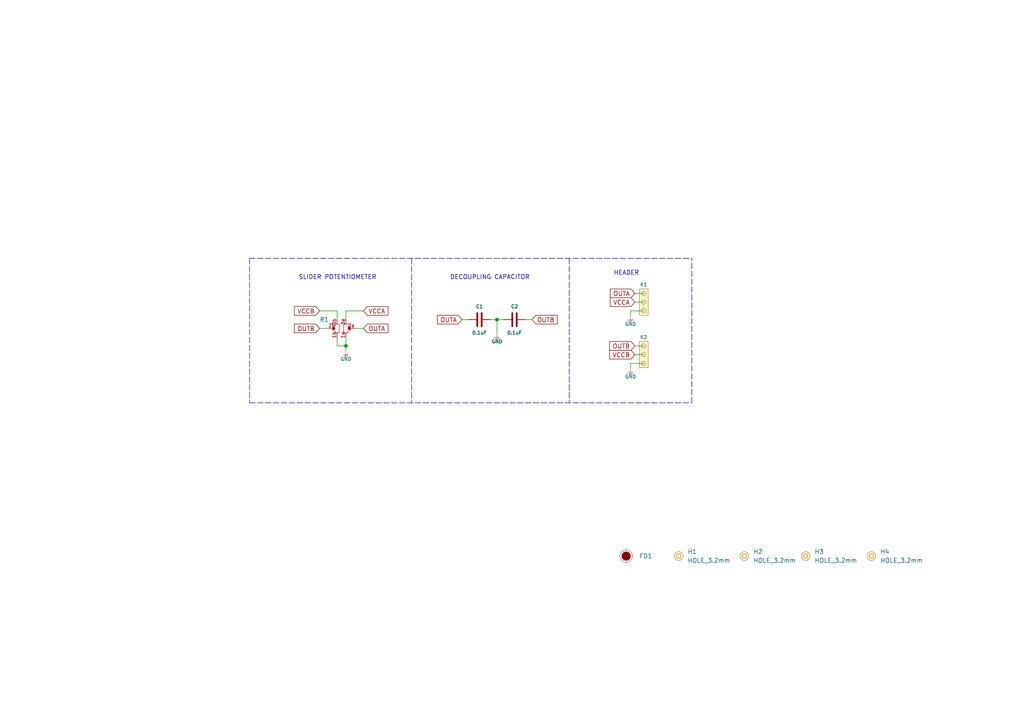
<source format=kicad_sch>
(kicad_sch (version 20210621) (generator eeschema)

  (uuid 527676fd-3c2f-4343-9726-3d90889fd15b)

  (paper "A4")

  (lib_symbols
    (symbol "e-radionica.com schematics:0603C" (pin_numbers hide) (pin_names (offset 0.002)) (in_bom yes) (on_board yes)
      (property "Reference" "C" (id 0) (at -0.635 3.175 0)
        (effects (font (size 1 1)))
      )
      (property "Value" "0603C" (id 1) (at 0 -3.175 0)
        (effects (font (size 1 1)))
      )
      (property "Footprint" "e-radionica.com footprinti:0603C" (id 2) (at 0 0 0)
        (effects (font (size 1 1)) hide)
      )
      (property "Datasheet" "" (id 3) (at 0 0 0)
        (effects (font (size 1 1)) hide)
      )
      (symbol "0603C_0_1"
        (polyline
          (pts
            (xy -0.635 1.905)
            (xy -0.635 -1.905)
          )
          (stroke (width 0.5)) (fill (type none))
        )
        (polyline
          (pts
            (xy 0.635 1.905)
            (xy 0.635 -1.905)
          )
          (stroke (width 0.5)) (fill (type none))
        )
      )
      (symbol "0603C_1_1"
        (pin passive line (at -3.175 0 0) (length 2.54)
          (name "~" (effects (font (size 1.27 1.27))))
          (number "1" (effects (font (size 1.27 1.27))))
        )
        (pin passive line (at 3.175 0 180) (length 2.54)
          (name "~" (effects (font (size 1.27 1.27))))
          (number "2" (effects (font (size 1.27 1.27))))
        )
      )
    )
    (symbol "e-radionica.com schematics:Fiducial_Stencil" (pin_numbers hide) (pin_names hide) (in_bom yes) (on_board yes)
      (property "Reference" "FD?" (id 0) (at 0 3.048 0)
        (effects (font (size 1.27 1.27)))
      )
      (property "Value" "Fiducial_Stencil" (id 1) (at 0 -2.794 0)
        (effects (font (size 1.27 1.27)) hide)
      )
      (property "Footprint" "e-radionica.com footprinti:FIDUCIAL_1MM_PASTE" (id 2) (at 0 -6.35 0)
        (effects (font (size 1.27 1.27)) hide)
      )
      (property "Datasheet" "" (id 3) (at 0 0 0)
        (effects (font (size 1.27 1.27)) hide)
      )
      (symbol "Fiducial_Stencil_0_1"
        (circle (center 0 0) (radius 1.7961) (stroke (width 0.0006)) (fill (type none)))
        (circle (center 0 0) (radius 1.27) (stroke (width 0.001)) (fill (type outline)))
        (polyline
          (pts
            (xy -1.778 0)
            (xy -2.032 0)
          )
          (stroke (width 0.0006)) (fill (type none))
        )
        (polyline
          (pts
            (xy 0 -1.778)
            (xy 0 -2.032)
          )
          (stroke (width 0.0006)) (fill (type none))
        )
        (polyline
          (pts
            (xy 0 1.778)
            (xy 0 2.032)
          )
          (stroke (width 0.0006)) (fill (type none))
        )
        (polyline
          (pts
            (xy 1.778 0)
            (xy 2.032 0)
          )
          (stroke (width 0.0006)) (fill (type none))
        )
      )
    )
    (symbol "e-radionica.com schematics:GND" (power) (pin_names (offset 0)) (in_bom yes) (on_board yes)
      (property "Reference" "#PWR" (id 0) (at 4.445 0 0)
        (effects (font (size 1 1)) hide)
      )
      (property "Value" "GND" (id 1) (at 0 -2.921 0)
        (effects (font (size 1 1)))
      )
      (property "Footprint" "" (id 2) (at 4.445 3.81 0)
        (effects (font (size 1 1)) hide)
      )
      (property "Datasheet" "" (id 3) (at 4.445 3.81 0)
        (effects (font (size 1 1)) hide)
      )
      (property "ki_keywords" "power-flag" (id 4) (at 0 0 0)
        (effects (font (size 1.27 1.27)) hide)
      )
      (property "ki_description" "Power symbol creates a global label with name \"+3V3\"" (id 5) (at 0 0 0)
        (effects (font (size 1.27 1.27)) hide)
      )
      (symbol "GND_0_1"
        (polyline
          (pts
            (xy -0.762 -1.27)
            (xy 0.762 -1.27)
          )
          (stroke (width 0.0006)) (fill (type none))
        )
        (polyline
          (pts
            (xy -0.635 -1.524)
            (xy 0.635 -1.524)
          )
          (stroke (width 0.0006)) (fill (type none))
        )
        (polyline
          (pts
            (xy -0.381 -1.778)
            (xy 0.381 -1.778)
          )
          (stroke (width 0.0006)) (fill (type none))
        )
        (polyline
          (pts
            (xy -0.127 -2.032)
            (xy 0.127 -2.032)
          )
          (stroke (width 0.0006)) (fill (type none))
        )
        (polyline
          (pts
            (xy 0 0)
            (xy 0 -1.27)
          )
          (stroke (width 0.0006)) (fill (type none))
        )
      )
      (symbol "GND_1_1"
        (pin power_in line (at 0 0 270) (length 0) hide
          (name "GND" (effects (font (size 1.27 1.27))))
          (number "1" (effects (font (size 1.27 1.27))))
        )
      )
    )
    (symbol "e-radionica.com schematics:HEADER_MALE_3X1" (pin_numbers hide) (pin_names hide) (in_bom yes) (on_board yes)
      (property "Reference" "K" (id 0) (at -0.635 5.08 0)
        (effects (font (size 1 1)))
      )
      (property "Value" "HEADER_MALE_3X1" (id 1) (at 0 -5.08 0)
        (effects (font (size 1 1)))
      )
      (property "Footprint" "e-radionica.com footprinti:HEADER_MALE_3X1" (id 2) (at 0 -7.62 0)
        (effects (font (size 1 1)) hide)
      )
      (property "Datasheet" "" (id 3) (at 0 -2.54 0)
        (effects (font (size 1 1)) hide)
      )
      (symbol "HEADER_MALE_3X1_0_1"
        (circle (center 0 -2.54) (radius 0.635) (stroke (width 0.0006)) (fill (type none)))
        (circle (center 0 0) (radius 0.635) (stroke (width 0.0006)) (fill (type none)))
        (circle (center 0 2.54) (radius 0.635) (stroke (width 0.0006)) (fill (type none)))
        (rectangle (start 1.27 -3.81) (end -1.27 3.81)
          (stroke (width 0.001)) (fill (type background))
        )
      )
      (symbol "HEADER_MALE_3X1_1_1"
        (pin passive line (at 0 -2.54 180) (length 0)
          (name "~" (effects (font (size 1 1))))
          (number "1" (effects (font (size 1 1))))
        )
        (pin passive line (at 0 0 180) (length 0)
          (name "~" (effects (font (size 1 1))))
          (number "2" (effects (font (size 1 1))))
        )
        (pin passive line (at 0 2.54 180) (length 0)
          (name "~" (effects (font (size 1 1))))
          (number "3" (effects (font (size 1 1))))
        )
      )
    )
    (symbol "e-radionica.com schematics:HOLE_3.2mm" (pin_numbers hide) (pin_names hide) (in_bom yes) (on_board yes)
      (property "Reference" "H" (id 0) (at 0 2.54 0)
        (effects (font (size 1.27 1.27)))
      )
      (property "Value" "HOLE_3.2mm" (id 1) (at 0 -2.54 0)
        (effects (font (size 1.27 1.27)))
      )
      (property "Footprint" "e-radionica.com footprinti:HOLE_3.2mm" (id 2) (at 0 0 0)
        (effects (font (size 1.27 1.27)) hide)
      )
      (property "Datasheet" "" (id 3) (at 0 0 0)
        (effects (font (size 1.27 1.27)) hide)
      )
      (symbol "HOLE_3.2mm_0_1"
        (circle (center 0 0) (radius 0.635) (stroke (width 0.0006)) (fill (type none)))
        (circle (center 0 0) (radius 1.27) (stroke (width 0.001)) (fill (type background)))
      )
    )
    (symbol "e-radionica.com schematics:SLIDER_POT" (in_bom yes) (on_board yes)
      (property "Reference" "R" (id 0) (at 0 15.24 0)
        (effects (font (size 1.27 1.27)))
      )
      (property "Value" "SLIDER_POT" (id 1) (at -6.35 -5.08 0)
        (effects (font (size 1.27 1.27)))
      )
      (property "Footprint" "e-radionica.com footprinti:SLIDER_POT" (id 2) (at 0 -1.27 0)
        (effects (font (size 1.27 1.27)) hide)
      )
      (property "Datasheet" "" (id 3) (at 0 -1.27 0)
        (effects (font (size 1.27 1.27)) hide)
      )
      (symbol "SLIDER_POT_0_1"
        (rectangle (start -1.27 -1.905) (end 1.27 -1.9304)
          (stroke (width 0.1)) (fill (type none))
        )
        (rectangle (start -1.27 -0.635) (end -1.2446 -1.905)
          (stroke (width 0.1)) (fill (type none))
        )
        (rectangle (start -1.27 -0.635) (end 1.27 -0.6604)
          (stroke (width 0.1)) (fill (type none))
        )
        (rectangle (start -1.27 0.635) (end -1.2954 1.905)
          (stroke (width 0.1)) (fill (type none))
        )
        (rectangle (start 1.27 -0.635) (end 1.2954 -1.905)
          (stroke (width 0.1)) (fill (type none))
        )
        (rectangle (start 1.27 0.635) (end -1.27 0.6604)
          (stroke (width 0.1)) (fill (type none))
        )
        (rectangle (start 1.27 0.635) (end 1.2446 1.905)
          (stroke (width 0.1)) (fill (type none))
        )
        (rectangle (start 1.27 1.905) (end -1.27 1.9304)
          (stroke (width 0.1)) (fill (type none))
        )
        (polyline
          (pts
            (xy 0 -1.905)
            (xy -0.635 -2.54)
            (xy 0.635 -2.54)
            (xy 0 -1.905)
          )
          (stroke (width 0.1)) (fill (type outline))
        )
        (polyline
          (pts
            (xy 0 1.905)
            (xy 0.635 2.54)
            (xy -0.635 2.54)
            (xy 0 1.905)
          )
          (stroke (width 0.1)) (fill (type outline))
        )
      )
      (symbol "SLIDER_POT_1_1"
        (pin passive line (at -2.54 -1.27 0) (length 1.27)
          (name "~" (effects (font (size 1.27 1.27))))
          (number "1a" (effects (font (size 1 1))))
        )
        (pin passive line (at -2.54 1.27 0) (length 1.27)
          (name "~" (effects (font (size 1.27 1.27))))
          (number "1b" (effects (font (size 1 1))))
        )
        (pin passive line (at 0 -3.81 90) (length 1.91)
          (name "~" (effects (font (size 1.27 1.27))))
          (number "2a" (effects (font (size 1 1))))
        )
        (pin passive line (at 0 3.81 270) (length 1.91)
          (name "~" (effects (font (size 1.27 1.27))))
          (number "2b" (effects (font (size 1 1))))
        )
        (pin passive line (at 2.54 -1.27 180) (length 1.27)
          (name "~" (effects (font (size 1.27 1.27))))
          (number "3a" (effects (font (size 1 1))))
        )
        (pin passive line (at 2.54 1.27 180) (length 1.27)
          (name "~" (effects (font (size 1.27 1.27))))
          (number "3b" (effects (font (size 1 1))))
        )
      )
    )
  )

  (junction (at 100.33 100.33) (diameter 0.9144) (color 0 0 0 0))
  (junction (at 144.145 92.71) (diameter 0.9144) (color 0 0 0 0))

  (wire (pts (xy 92.71 90.17) (xy 97.79 90.17))
    (stroke (width 0) (type solid) (color 0 0 0 0))
    (uuid db5b6c48-0dd4-4b1a-b321-df0796895e25)
  )
  (wire (pts (xy 92.71 95.25) (xy 95.25 95.25))
    (stroke (width 0) (type solid) (color 0 0 0 0))
    (uuid 4b510ff7-71cb-481e-a401-0e3888196f7f)
  )
  (wire (pts (xy 97.79 90.17) (xy 97.79 92.71))
    (stroke (width 0) (type solid) (color 0 0 0 0))
    (uuid db5b6c48-0dd4-4b1a-b321-df0796895e25)
  )
  (wire (pts (xy 97.79 97.79) (xy 97.79 100.33))
    (stroke (width 0) (type solid) (color 0 0 0 0))
    (uuid 295740fa-3a14-419d-94e0-ed50f5b097fb)
  )
  (wire (pts (xy 97.79 100.33) (xy 100.33 100.33))
    (stroke (width 0) (type solid) (color 0 0 0 0))
    (uuid 295740fa-3a14-419d-94e0-ed50f5b097fb)
  )
  (wire (pts (xy 100.33 90.17) (xy 100.33 92.71))
    (stroke (width 0) (type solid) (color 0 0 0 0))
    (uuid f1451f21-f3d3-4080-afef-99a56c1f9eed)
  )
  (wire (pts (xy 100.33 97.79) (xy 100.33 100.33))
    (stroke (width 0) (type solid) (color 0 0 0 0))
    (uuid 998c3918-09a1-4943-9ebb-600f2575ca41)
  )
  (wire (pts (xy 100.33 100.33) (xy 100.33 101.6))
    (stroke (width 0) (type solid) (color 0 0 0 0))
    (uuid 998c3918-09a1-4943-9ebb-600f2575ca41)
  )
  (wire (pts (xy 102.87 95.25) (xy 105.41 95.25))
    (stroke (width 0) (type solid) (color 0 0 0 0))
    (uuid 1ed4ba86-9ece-4d27-8287-d4766eabebd4)
  )
  (wire (pts (xy 105.41 90.17) (xy 100.33 90.17))
    (stroke (width 0) (type solid) (color 0 0 0 0))
    (uuid f1451f21-f3d3-4080-afef-99a56c1f9eed)
  )
  (wire (pts (xy 133.985 92.71) (xy 135.89 92.71))
    (stroke (width 0) (type solid) (color 0 0 0 0))
    (uuid c25a10a2-afc4-49b4-8f51-979864cb5a9c)
  )
  (wire (pts (xy 142.24 92.71) (xy 144.145 92.71))
    (stroke (width 0) (type solid) (color 0 0 0 0))
    (uuid bcaffc06-a973-4a5a-a7a6-93238d6897cc)
  )
  (wire (pts (xy 144.145 92.71) (xy 144.145 96.52))
    (stroke (width 0) (type solid) (color 0 0 0 0))
    (uuid bcaffc06-a973-4a5a-a7a6-93238d6897cc)
  )
  (wire (pts (xy 144.145 92.71) (xy 146.05 92.71))
    (stroke (width 0) (type solid) (color 0 0 0 0))
    (uuid 356d3a15-c4be-451b-81f4-84449685d6cc)
  )
  (wire (pts (xy 152.4 92.71) (xy 154.305 92.71))
    (stroke (width 0) (type solid) (color 0 0 0 0))
    (uuid 5723acfb-27b3-4f0d-a767-eb0f1944e165)
  )
  (wire (pts (xy 182.88 90.17) (xy 182.88 91.44))
    (stroke (width 0) (type solid) (color 0 0 0 0))
    (uuid f50a6d99-a7ba-4da6-8725-3fbbdd2f9b3d)
  )
  (wire (pts (xy 182.88 105.41) (xy 182.88 106.68))
    (stroke (width 0) (type solid) (color 0 0 0 0))
    (uuid 989b9d96-fae7-4e6f-8465-2ef90b34259d)
  )
  (wire (pts (xy 184.15 85.09) (xy 186.69 85.09))
    (stroke (width 0) (type solid) (color 0 0 0 0))
    (uuid 86c2cd41-d1f4-45e3-8727-10fee485a66d)
  )
  (wire (pts (xy 184.15 87.63) (xy 186.69 87.63))
    (stroke (width 0) (type solid) (color 0 0 0 0))
    (uuid b5a93532-77e7-47bd-8a92-0ace11eb0e79)
  )
  (wire (pts (xy 184.15 100.33) (xy 186.69 100.33))
    (stroke (width 0) (type solid) (color 0 0 0 0))
    (uuid a33f1b09-a631-4b1b-a738-b98e6305abf4)
  )
  (wire (pts (xy 184.15 102.87) (xy 186.69 102.87))
    (stroke (width 0) (type solid) (color 0 0 0 0))
    (uuid 98448ff8-d774-4a3a-a8df-0cdd7d1e2829)
  )
  (wire (pts (xy 186.69 90.17) (xy 182.88 90.17))
    (stroke (width 0) (type solid) (color 0 0 0 0))
    (uuid f50a6d99-a7ba-4da6-8725-3fbbdd2f9b3d)
  )
  (wire (pts (xy 186.69 105.41) (xy 182.88 105.41))
    (stroke (width 0) (type solid) (color 0 0 0 0))
    (uuid 989b9d96-fae7-4e6f-8465-2ef90b34259d)
  )
  (polyline (pts (xy 72.39 74.93) (xy 72.39 116.84))
    (stroke (width 0) (type dash) (color 0 0 0 0))
    (uuid 7f6b76cd-ecb2-4dca-b4c2-6f97c3fe7542)
  )
  (polyline (pts (xy 72.39 74.93) (xy 200.66 74.93))
    (stroke (width 0) (type dash) (color 0 0 0 0))
    (uuid 7f6b76cd-ecb2-4dca-b4c2-6f97c3fe7542)
  )
  (polyline (pts (xy 72.39 116.84) (xy 200.66 116.84))
    (stroke (width 0) (type dash) (color 0 0 0 0))
    (uuid 7f6b76cd-ecb2-4dca-b4c2-6f97c3fe7542)
  )
  (polyline (pts (xy 119.38 74.93) (xy 119.38 116.84))
    (stroke (width 0) (type dash) (color 0 0 0 0))
    (uuid 1d9e86a8-821c-4cdf-af2b-a7ee67ec0d09)
  )
  (polyline (pts (xy 165.1 74.93) (xy 165.1 116.84))
    (stroke (width 0) (type dash) (color 0 0 0 0))
    (uuid 4e159c07-4c5c-4516-991c-397794a39dea)
  )
  (polyline (pts (xy 200.66 116.84) (xy 200.66 74.93))
    (stroke (width 0) (type dash) (color 0 0 0 0))
    (uuid 7f6b76cd-ecb2-4dca-b4c2-6f97c3fe7542)
  )

  (text "SLIDER POTENTIOMETER" (at 109.22 81.28 180)
    (effects (font (size 1.27 1.27)) (justify right bottom))
    (uuid e86672f8-bb9d-49d9-878a-a9c17a5624eb)
  )
  (text "DECOUPLING CAPACITOR" (at 153.67 81.28 180)
    (effects (font (size 1.27 1.27)) (justify right bottom))
    (uuid 77fe50d0-23e0-4a9a-b9b1-ef7c1615a73b)
  )
  (text "HEADER" (at 185.42 80.01 180)
    (effects (font (size 1.27 1.27)) (justify right bottom))
    (uuid 781fee8d-da02-4db9-85e8-7cf83f3fc4bf)
  )

  (global_label "VCCB" (shape input) (at 92.71 90.17 180)
    (effects (font (size 1.27 1.27)) (justify right))
    (uuid a8d99bda-9493-44ce-a23d-3e696f55cd9f)
    (property "Intersheet References" "${INTERSHEET_REFS}" (id 0) (at 83.8743 90.0906 0)
      (effects (font (size 1.27 1.27)) (justify right) hide)
    )
  )
  (global_label "OUTB" (shape input) (at 92.71 95.25 180)
    (effects (font (size 1.27 1.27)) (justify right))
    (uuid 48d8fd05-a293-4463-b8b6-e4155edfae34)
    (property "Intersheet References" "${INTERSHEET_REFS}" (id 0) (at 83.8743 95.1706 0)
      (effects (font (size 1.27 1.27)) (justify right) hide)
    )
  )
  (global_label "VCCA" (shape input) (at 105.41 90.17 0)
    (effects (font (size 1.27 1.27)) (justify left))
    (uuid 5bb4bc90-921e-4aed-b647-e3fc4d5d5a8d)
    (property "Intersheet References" "${INTERSHEET_REFS}" (id 0) (at 114.0642 90.0906 0)
      (effects (font (size 1.27 1.27)) (justify left) hide)
    )
  )
  (global_label "OUTA" (shape input) (at 105.41 95.25 0)
    (effects (font (size 1.27 1.27)) (justify left))
    (uuid bf098a36-b56f-4aae-8b40-3bb803ca772e)
    (property "Intersheet References" "${INTERSHEET_REFS}" (id 0) (at 114.0642 95.1706 0)
      (effects (font (size 1.27 1.27)) (justify left) hide)
    )
  )
  (global_label "OUTA" (shape input) (at 133.985 92.71 180)
    (effects (font (size 1.27 1.27)) (justify right))
    (uuid f90ce0e2-aa94-40b8-b85a-269432acf4d1)
    (property "Intersheet References" "${INTERSHEET_REFS}" (id 0) (at 125.3308 92.7894 0)
      (effects (font (size 1.27 1.27)) (justify right) hide)
    )
  )
  (global_label "OUTB" (shape input) (at 154.305 92.71 0)
    (effects (font (size 1.27 1.27)) (justify left))
    (uuid e7340fc8-9cfc-4e76-822b-67daaec8e2e1)
    (property "Intersheet References" "${INTERSHEET_REFS}" (id 0) (at 163.1407 92.7894 0)
      (effects (font (size 1.27 1.27)) (justify left) hide)
    )
  )
  (global_label "OUTA" (shape input) (at 184.15 85.09 180)
    (effects (font (size 1.27 1.27)) (justify right))
    (uuid 754f917a-22d6-493b-af1f-f997bb2b6389)
    (property "Intersheet References" "${INTERSHEET_REFS}" (id 0) (at 175.4958 85.1694 0)
      (effects (font (size 1.27 1.27)) (justify right) hide)
    )
  )
  (global_label "VCCA" (shape input) (at 184.15 87.63 180)
    (effects (font (size 1.27 1.27)) (justify right))
    (uuid 0daf585d-6302-41eb-b9df-9b642ed5b69e)
    (property "Intersheet References" "${INTERSHEET_REFS}" (id 0) (at 175.4958 87.7094 0)
      (effects (font (size 1.27 1.27)) (justify right) hide)
    )
  )
  (global_label "OUTB" (shape input) (at 184.15 100.33 180)
    (effects (font (size 1.27 1.27)) (justify right))
    (uuid bc7edf93-7fa7-4f5b-beb5-c769acbea5c3)
    (property "Intersheet References" "${INTERSHEET_REFS}" (id 0) (at 175.3143 100.2506 0)
      (effects (font (size 1.27 1.27)) (justify right) hide)
    )
  )
  (global_label "VCCB" (shape input) (at 184.15 102.87 180)
    (effects (font (size 1.27 1.27)) (justify right))
    (uuid 5a7404bd-3818-484f-b03a-e4bbb2bb9da9)
    (property "Intersheet References" "${INTERSHEET_REFS}" (id 0) (at 175.3143 102.7906 0)
      (effects (font (size 1.27 1.27)) (justify right) hide)
    )
  )

  (symbol (lib_id "e-radionica.com schematics:GND") (at 100.33 101.6 0) (unit 1)
    (in_bom yes) (on_board yes)
    (uuid 2fa0f098-9712-49ac-8a5d-5ed735c41b41)
    (property "Reference" "#PWR0101" (id 0) (at 104.775 101.6 0)
      (effects (font (size 1 1)) hide)
    )
    (property "Value" "GND" (id 1) (at 100.33 104.14 0)
      (effects (font (size 1 1)))
    )
    (property "Footprint" "" (id 2) (at 104.775 97.79 0)
      (effects (font (size 1 1)) hide)
    )
    (property "Datasheet" "" (id 3) (at 104.775 97.79 0)
      (effects (font (size 1 1)) hide)
    )
    (pin "1" (uuid caa702ce-18df-443e-8154-ffb2c18ae17f))
  )

  (symbol (lib_id "e-radionica.com schematics:GND") (at 144.145 96.52 0) (unit 1)
    (in_bom yes) (on_board yes)
    (uuid c866bda7-ac3e-409c-b537-4f8afe6051cc)
    (property "Reference" "#PWR0103" (id 0) (at 148.59 96.52 0)
      (effects (font (size 1 1)) hide)
    )
    (property "Value" "GND" (id 1) (at 144.145 99.06 0)
      (effects (font (size 1 1)))
    )
    (property "Footprint" "" (id 2) (at 148.59 92.71 0)
      (effects (font (size 1 1)) hide)
    )
    (property "Datasheet" "" (id 3) (at 148.59 92.71 0)
      (effects (font (size 1 1)) hide)
    )
    (pin "1" (uuid caa702ce-18df-443e-8154-ffb2c18ae17f))
  )

  (symbol (lib_id "e-radionica.com schematics:GND") (at 182.88 91.44 0) (unit 1)
    (in_bom yes) (on_board yes)
    (uuid 81eabfe6-5f41-4e0f-9173-b740a159ac05)
    (property "Reference" "#PWR0102" (id 0) (at 187.325 91.44 0)
      (effects (font (size 1 1)) hide)
    )
    (property "Value" "GND" (id 1) (at 182.88 93.98 0)
      (effects (font (size 1 1)))
    )
    (property "Footprint" "" (id 2) (at 187.325 87.63 0)
      (effects (font (size 1 1)) hide)
    )
    (property "Datasheet" "" (id 3) (at 187.325 87.63 0)
      (effects (font (size 1 1)) hide)
    )
    (pin "1" (uuid caa702ce-18df-443e-8154-ffb2c18ae17f))
  )

  (symbol (lib_id "e-radionica.com schematics:GND") (at 182.88 106.68 0) (unit 1)
    (in_bom yes) (on_board yes)
    (uuid d2a6a4b8-b3fe-4056-a8d5-a5db7420f75a)
    (property "Reference" "#PWR0104" (id 0) (at 187.325 106.68 0)
      (effects (font (size 1 1)) hide)
    )
    (property "Value" "GND" (id 1) (at 182.88 109.22 0)
      (effects (font (size 1 1)))
    )
    (property "Footprint" "" (id 2) (at 187.325 102.87 0)
      (effects (font (size 1 1)) hide)
    )
    (property "Datasheet" "" (id 3) (at 187.325 102.87 0)
      (effects (font (size 1 1)) hide)
    )
    (pin "1" (uuid caa702ce-18df-443e-8154-ffb2c18ae17f))
  )

  (symbol (lib_id "e-radionica.com schematics:HOLE_3.2mm") (at 196.85 161.29 0) (unit 1)
    (in_bom yes) (on_board yes)
    (uuid 83363d19-67b3-428b-b250-f68ca8a06b14)
    (property "Reference" "H1" (id 0) (at 199.39 160.02 0)
      (effects (font (size 1.27 1.27)) (justify left))
    )
    (property "Value" "HOLE_3.2mm" (id 1) (at 199.39 162.56 0)
      (effects (font (size 1.27 1.27)) (justify left))
    )
    (property "Footprint" "e-radionica.com footprinti:HOLE_3.2mm" (id 2) (at 196.85 161.29 0)
      (effects (font (size 1.27 1.27)) hide)
    )
    (property "Datasheet" "" (id 3) (at 196.85 161.29 0)
      (effects (font (size 1.27 1.27)) hide)
    )
  )

  (symbol (lib_id "e-radionica.com schematics:HOLE_3.2mm") (at 215.9 161.29 0) (unit 1)
    (in_bom yes) (on_board yes)
    (uuid c68d81e5-c449-4e6a-a4e7-7903c20ddfe0)
    (property "Reference" "H2" (id 0) (at 218.44 160.02 0)
      (effects (font (size 1.27 1.27)) (justify left))
    )
    (property "Value" "HOLE_3.2mm" (id 1) (at 218.44 162.56 0)
      (effects (font (size 1.27 1.27)) (justify left))
    )
    (property "Footprint" "e-radionica.com footprinti:HOLE_3.2mm" (id 2) (at 215.9 161.29 0)
      (effects (font (size 1.27 1.27)) hide)
    )
    (property "Datasheet" "" (id 3) (at 215.9 161.29 0)
      (effects (font (size 1.27 1.27)) hide)
    )
  )

  (symbol (lib_id "e-radionica.com schematics:HOLE_3.2mm") (at 233.68 161.29 0) (unit 1)
    (in_bom yes) (on_board yes)
    (uuid c7a40576-c12d-4cbf-ab71-a3ac9aa67107)
    (property "Reference" "H3" (id 0) (at 236.22 160.02 0)
      (effects (font (size 1.27 1.27)) (justify left))
    )
    (property "Value" "HOLE_3.2mm" (id 1) (at 236.22 162.56 0)
      (effects (font (size 1.27 1.27)) (justify left))
    )
    (property "Footprint" "e-radionica.com footprinti:HOLE_3.2mm" (id 2) (at 233.68 161.29 0)
      (effects (font (size 1.27 1.27)) hide)
    )
    (property "Datasheet" "" (id 3) (at 233.68 161.29 0)
      (effects (font (size 1.27 1.27)) hide)
    )
  )

  (symbol (lib_id "e-radionica.com schematics:HOLE_3.2mm") (at 252.73 161.29 0) (unit 1)
    (in_bom yes) (on_board yes)
    (uuid 491336c2-e4ef-42be-a5bd-88b1b318f859)
    (property "Reference" "H4" (id 0) (at 255.27 160.02 0)
      (effects (font (size 1.27 1.27)) (justify left))
    )
    (property "Value" "HOLE_3.2mm" (id 1) (at 255.27 162.56 0)
      (effects (font (size 1.27 1.27)) (justify left))
    )
    (property "Footprint" "e-radionica.com footprinti:HOLE_3.2mm" (id 2) (at 252.73 161.29 0)
      (effects (font (size 1.27 1.27)) hide)
    )
    (property "Datasheet" "" (id 3) (at 252.73 161.29 0)
      (effects (font (size 1.27 1.27)) hide)
    )
  )

  (symbol (lib_id "e-radionica.com schematics:Fiducial_Stencil") (at 181.61 161.29 0) (unit 1)
    (in_bom yes) (on_board yes)
    (uuid 3d77d25d-7fd7-4794-843f-1721d7bf57f9)
    (property "Reference" "FD1" (id 0) (at 185.42 161.29 0)
      (effects (font (size 1.27 1.27)) (justify left))
    )
    (property "Value" "Fiducial_Stencil" (id 1) (at 181.61 164.084 0)
      (effects (font (size 1.27 1.27)) hide)
    )
    (property "Footprint" "e-radionica.com footprinti:FIDUCIAL_1MM_PASTE" (id 2) (at 181.61 167.64 0)
      (effects (font (size 1.27 1.27)) hide)
    )
    (property "Datasheet" "" (id 3) (at 181.61 161.29 0)
      (effects (font (size 1.27 1.27)) hide)
    )
  )

  (symbol (lib_id "e-radionica.com schematics:HEADER_MALE_3X1") (at 186.69 87.63 0) (unit 1)
    (in_bom yes) (on_board yes)
    (uuid 0d4a9c2d-161b-4c06-ad87-3ac065e36d0a)
    (property "Reference" "K1" (id 0) (at 186.69 82.55 0)
      (effects (font (size 1 1)))
    )
    (property "Value" "HEADER_MALE_3X1" (id 1) (at 186.69 92.71 0)
      (effects (font (size 1 1)) hide)
    )
    (property "Footprint" "e-radionica.com footprinti:HEADER_MALE_3X1" (id 2) (at 186.69 95.25 0)
      (effects (font (size 1 1)) hide)
    )
    (property "Datasheet" "" (id 3) (at 186.69 90.17 0)
      (effects (font (size 1 1)) hide)
    )
    (pin "1" (uuid d61a20cc-271e-4250-9bd9-49adb70cbaa2))
    (pin "2" (uuid c1058602-6cd0-439d-af86-38866f336951))
    (pin "3" (uuid c7dc46f5-9dac-404b-8903-0a236b7a3242))
  )

  (symbol (lib_id "e-radionica.com schematics:HEADER_MALE_3X1") (at 186.69 102.87 0) (unit 1)
    (in_bom yes) (on_board yes)
    (uuid b5aab911-1393-4629-8fa9-ed84079e3b2b)
    (property "Reference" "K2" (id 0) (at 186.69 97.79 0)
      (effects (font (size 1 1)))
    )
    (property "Value" "HEADER_MALE_3X1" (id 1) (at 186.69 107.95 0)
      (effects (font (size 1 1)) hide)
    )
    (property "Footprint" "e-radionica.com footprinti:HEADER_MALE_3X1" (id 2) (at 186.69 110.49 0)
      (effects (font (size 1 1)) hide)
    )
    (property "Datasheet" "" (id 3) (at 186.69 105.41 0)
      (effects (font (size 1 1)) hide)
    )
    (pin "1" (uuid d61a20cc-271e-4250-9bd9-49adb70cbaa2))
    (pin "2" (uuid c1058602-6cd0-439d-af86-38866f336951))
    (pin "3" (uuid c7dc46f5-9dac-404b-8903-0a236b7a3242))
  )

  (symbol (lib_id "e-radionica.com schematics:0603C") (at 139.065 92.71 0) (unit 1)
    (in_bom yes) (on_board yes)
    (uuid d3784219-5a7a-4077-99ec-35bef29ac107)
    (property "Reference" "C1" (id 0) (at 139.065 88.9 0)
      (effects (font (size 1 1)))
    )
    (property "Value" "0.1uF" (id 1) (at 139.065 96.52 0)
      (effects (font (size 1 1)))
    )
    (property "Footprint" "e-radionica.com footprinti:0603C" (id 2) (at 139.065 92.71 0)
      (effects (font (size 1 1)) hide)
    )
    (property "Datasheet" "" (id 3) (at 139.065 92.71 0)
      (effects (font (size 1 1)) hide)
    )
    (pin "1" (uuid 76a45c77-0d8a-4fff-8537-3792ce54ed0d))
    (pin "2" (uuid a1e91455-a5e0-486c-9223-94a138f1bb39))
  )

  (symbol (lib_id "e-radionica.com schematics:0603C") (at 149.225 92.71 0) (unit 1)
    (in_bom yes) (on_board yes)
    (uuid d3cb11ba-6954-47f1-82a4-cbea3d63d090)
    (property "Reference" "C2" (id 0) (at 149.225 88.9 0)
      (effects (font (size 1 1)))
    )
    (property "Value" "0.1uF" (id 1) (at 149.225 96.52 0)
      (effects (font (size 1 1)))
    )
    (property "Footprint" "e-radionica.com footprinti:0603C" (id 2) (at 149.225 92.71 0)
      (effects (font (size 1 1)) hide)
    )
    (property "Datasheet" "" (id 3) (at 149.225 92.71 0)
      (effects (font (size 1 1)) hide)
    )
    (pin "1" (uuid f15989ce-dcbf-46c8-8224-d6a1e0aedd05))
    (pin "2" (uuid 8b95e9ec-dad1-46d1-8af8-461a5d33be5a))
  )

  (symbol (lib_id "e-radionica.com schematics:SLIDER_POT") (at 99.06 95.25 90) (unit 1)
    (in_bom yes) (on_board yes)
    (uuid 0adf435c-972e-4e76-8e12-caa0f14f91fb)
    (property "Reference" "R1" (id 0) (at 92.71 92.71 90)
      (effects (font (size 1.27 1.27)) (justify right))
    )
    (property "Value" "SLIDER_POT" (id 1) (at 93.98 100.33 90)
      (effects (font (size 1.27 1.27)) (justify right) hide)
    )
    (property "Footprint" "e-radionica.com footprinti:SLIDER_POT" (id 2) (at 100.33 95.25 0)
      (effects (font (size 1.27 1.27)) hide)
    )
    (property "Datasheet" "" (id 3) (at 100.33 95.25 0)
      (effects (font (size 1.27 1.27)) hide)
    )
    (pin "1a" (uuid 252a4dd3-b5cc-4fae-9229-0b8479992b6c))
    (pin "1b" (uuid 04416edd-c787-4300-90c5-a49413524eff))
    (pin "2a" (uuid 8b91b5f3-4b52-44f8-a969-bdb1f37265bd))
    (pin "2b" (uuid 4b82b447-3346-41f7-8dd4-c14236a0b5bd))
    (pin "3a" (uuid dc9a2f87-28ae-4d35-8077-046572362fd6))
    (pin "3b" (uuid e0b886a2-2b4d-46e0-89de-817cb26246c4))
  )

  (sheet_instances
    (path "/" (page "1"))
  )

  (symbol_instances
    (path "/2fa0f098-9712-49ac-8a5d-5ed735c41b41"
      (reference "#PWR0101") (unit 1) (value "GND") (footprint "")
    )
    (path "/81eabfe6-5f41-4e0f-9173-b740a159ac05"
      (reference "#PWR0102") (unit 1) (value "GND") (footprint "")
    )
    (path "/c866bda7-ac3e-409c-b537-4f8afe6051cc"
      (reference "#PWR0103") (unit 1) (value "GND") (footprint "")
    )
    (path "/d2a6a4b8-b3fe-4056-a8d5-a5db7420f75a"
      (reference "#PWR0104") (unit 1) (value "GND") (footprint "")
    )
    (path "/d3784219-5a7a-4077-99ec-35bef29ac107"
      (reference "C1") (unit 1) (value "0.1uF") (footprint "e-radionica.com footprinti:0603C")
    )
    (path "/d3cb11ba-6954-47f1-82a4-cbea3d63d090"
      (reference "C2") (unit 1) (value "0.1uF") (footprint "e-radionica.com footprinti:0603C")
    )
    (path "/3d77d25d-7fd7-4794-843f-1721d7bf57f9"
      (reference "FD1") (unit 1) (value "Fiducial_Stencil") (footprint "e-radionica.com footprinti:FIDUCIAL_1MM_PASTE")
    )
    (path "/83363d19-67b3-428b-b250-f68ca8a06b14"
      (reference "H1") (unit 1) (value "HOLE_3.2mm") (footprint "e-radionica.com footprinti:HOLE_3.2mm")
    )
    (path "/c68d81e5-c449-4e6a-a4e7-7903c20ddfe0"
      (reference "H2") (unit 1) (value "HOLE_3.2mm") (footprint "e-radionica.com footprinti:HOLE_3.2mm")
    )
    (path "/c7a40576-c12d-4cbf-ab71-a3ac9aa67107"
      (reference "H3") (unit 1) (value "HOLE_3.2mm") (footprint "e-radionica.com footprinti:HOLE_3.2mm")
    )
    (path "/491336c2-e4ef-42be-a5bd-88b1b318f859"
      (reference "H4") (unit 1) (value "HOLE_3.2mm") (footprint "e-radionica.com footprinti:HOLE_3.2mm")
    )
    (path "/0d4a9c2d-161b-4c06-ad87-3ac065e36d0a"
      (reference "K1") (unit 1) (value "HEADER_MALE_3X1") (footprint "e-radionica.com footprinti:HEADER_MALE_3X1")
    )
    (path "/b5aab911-1393-4629-8fa9-ed84079e3b2b"
      (reference "K2") (unit 1) (value "HEADER_MALE_3X1") (footprint "e-radionica.com footprinti:HEADER_MALE_3X1")
    )
    (path "/0adf435c-972e-4e76-8e12-caa0f14f91fb"
      (reference "R1") (unit 1) (value "SLIDER_POT") (footprint "e-radionica.com footprinti:SLIDER_POT")
    )
  )
)

</source>
